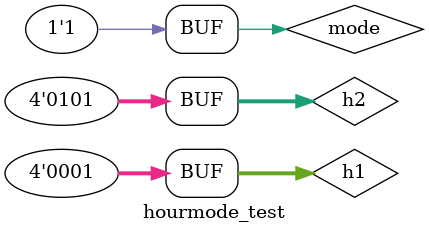
<source format=v>
`timescale 1ns / 1ps

module hourmode_test();
    reg [3:0] h1, h2;
    wire [3:0] ho1, ho2;
    reg mode;
    HOURMODE HM(mode, h1, h2, ho1, ho2);
    initial begin
        mode = 1;
        h1 = 0;
        h2 = 0;
        #10 h2 = 1;
        #10 h2 = 2;
        #10 h2 = 3;
        #10 h2 = 4;
        #10 h1 = 1;
        #10 h2 = 5;
    end
endmodule
</source>
